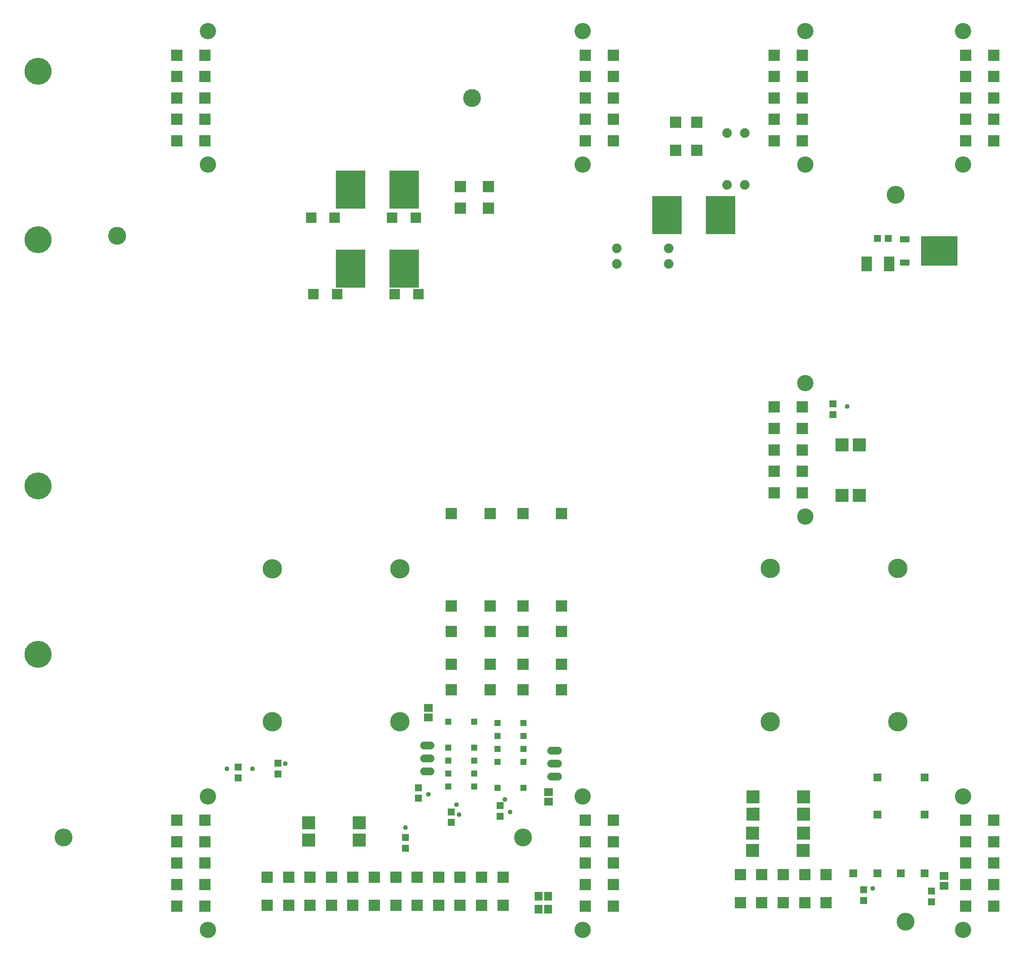
<source format=gbr>
G04 EAGLE Gerber RS-274X export*
G75*
%MOMM*%
%FSLAX34Y34*%
%LPD*%
%INSoldermask Top*%
%IPPOS*%
%AMOC8*
5,1,8,0,0,1.08239X$1,22.5*%
G01*
%ADD10C,5.283200*%
%ADD11R,2.303200X2.303200*%
%ADD12C,3.203200*%
%ADD13R,1.403200X1.403200*%
%ADD14R,2.203200X2.203200*%
%ADD15R,1.311200X1.311200*%
%ADD16R,2.603200X2.603200*%
%ADD17R,1.611200X1.611200*%
%ADD18C,1.524000*%
%ADD19R,1.703200X1.503200*%
%ADD20R,5.803200X7.433200*%
%ADD21C,3.503200*%
%ADD22C,3.803200*%
%ADD23R,2.153200X2.153200*%
%ADD24C,1.879600*%
%ADD25R,1.503200X1.703200*%
%ADD26R,1.921100X1.177100*%
%ADD27R,7.204100X5.747100*%
%ADD28R,2.003200X2.903200*%
%ADD29C,0.959600*%


D10*
X100000Y559200D03*
X100000Y1372000D03*
X100000Y889400D03*
X100000Y1702200D03*
D11*
X372500Y1566000D03*
X372500Y1608000D03*
X372500Y1650000D03*
X372500Y1692000D03*
X372500Y1734000D03*
X427500Y1692000D03*
X427500Y1734000D03*
X427500Y1650000D03*
X427500Y1608000D03*
X427500Y1566000D03*
D12*
X433100Y1519000D03*
X433100Y1781000D03*
D11*
X372500Y66000D03*
X372500Y108000D03*
X372500Y150000D03*
X372500Y192000D03*
X372500Y234000D03*
X427500Y192000D03*
X427500Y234000D03*
X427500Y150000D03*
X427500Y108000D03*
X427500Y66000D03*
D12*
X433100Y19000D03*
X433100Y281000D03*
D11*
X1972500Y1734000D03*
X1972500Y1692000D03*
X1972500Y1650000D03*
X1972500Y1608000D03*
X1972500Y1566000D03*
X1917500Y1608000D03*
X1917500Y1566000D03*
X1917500Y1650000D03*
X1917500Y1692000D03*
X1917500Y1734000D03*
D12*
X1911900Y1781000D03*
X1911900Y1519000D03*
D11*
X1972500Y234000D03*
X1972500Y192000D03*
X1972500Y150000D03*
X1972500Y108000D03*
X1972500Y66000D03*
X1917500Y108000D03*
X1917500Y66000D03*
X1917500Y150000D03*
X1917500Y192000D03*
X1917500Y234000D03*
D12*
X1911900Y281000D03*
X1911900Y19000D03*
D11*
X1227500Y1734000D03*
X1227500Y1692000D03*
X1227500Y1650000D03*
X1227500Y1608000D03*
X1227500Y1566000D03*
X1172500Y1608000D03*
X1172500Y1566000D03*
X1172500Y1650000D03*
X1172500Y1692000D03*
X1172500Y1734000D03*
D12*
X1166900Y1781000D03*
X1166900Y1519000D03*
D11*
X1227500Y234000D03*
X1227500Y192000D03*
X1227500Y150000D03*
X1227500Y108000D03*
X1227500Y66000D03*
X1172500Y108000D03*
X1172500Y66000D03*
X1172500Y150000D03*
X1172500Y192000D03*
X1172500Y234000D03*
D12*
X1166900Y281000D03*
X1166900Y19000D03*
D11*
X1542500Y1566000D03*
X1542500Y1608000D03*
X1542500Y1650000D03*
X1542500Y1692000D03*
X1542500Y1734000D03*
X1597500Y1692000D03*
X1597500Y1734000D03*
X1597500Y1650000D03*
X1597500Y1608000D03*
X1597500Y1566000D03*
D12*
X1603100Y1519000D03*
X1603100Y1781000D03*
D11*
X1542500Y876000D03*
X1542500Y918000D03*
X1542500Y960000D03*
X1542500Y1002000D03*
X1542500Y1044000D03*
X1597500Y1002000D03*
X1597500Y1044000D03*
X1597500Y960000D03*
X1597500Y918000D03*
X1597500Y876000D03*
D12*
X1603100Y829000D03*
X1603100Y1091000D03*
D13*
X570000Y345500D03*
X570000Y324500D03*
X1657500Y1050500D03*
X1657500Y1029500D03*
D11*
X549000Y122500D03*
X591000Y122500D03*
X633000Y122500D03*
X675000Y122500D03*
X717000Y122500D03*
X759000Y122500D03*
X801000Y122500D03*
X843000Y122500D03*
X885000Y122500D03*
X927000Y122500D03*
X969000Y122500D03*
X549000Y67500D03*
X591000Y67500D03*
X633000Y67500D03*
X675000Y67500D03*
X717000Y67500D03*
X759000Y67500D03*
X801000Y67500D03*
X843000Y67500D03*
X885000Y67500D03*
X927000Y67500D03*
X1011000Y122500D03*
X969000Y67500D03*
X1011000Y67500D03*
D14*
X1126000Y835000D03*
X1050000Y835000D03*
X1050000Y654500D03*
X1050000Y604500D03*
X1126000Y654500D03*
X1126000Y539500D03*
X1050000Y539500D03*
X1126000Y604500D03*
X1126000Y489500D03*
X1050000Y489500D03*
X986000Y835000D03*
X910000Y835000D03*
X910000Y654500D03*
X910000Y604500D03*
X986000Y654500D03*
X986000Y539500D03*
X910000Y539500D03*
X986000Y604500D03*
X986000Y489500D03*
X910000Y489500D03*
D15*
X1000000Y297500D03*
X1050800Y297500D03*
X1000000Y348300D03*
X1000000Y373700D03*
X1000000Y399100D03*
X1000000Y424500D03*
X1050800Y424500D03*
X1050800Y399100D03*
X1050800Y373700D03*
X1050800Y348300D03*
X955000Y427500D03*
X904200Y427500D03*
X955000Y376700D03*
X955000Y351300D03*
X955000Y325900D03*
X955000Y300500D03*
X904200Y300500D03*
X904200Y325900D03*
X904200Y351300D03*
X904200Y376700D03*
D13*
X492500Y338000D03*
X492500Y317000D03*
X1717500Y98000D03*
X1717500Y77000D03*
X1005000Y242000D03*
X1005000Y263000D03*
X910000Y229500D03*
X910000Y250500D03*
X845000Y298000D03*
X845000Y277000D03*
D16*
X1600000Y246000D03*
X1600000Y280000D03*
X1500600Y246000D03*
X1500800Y280000D03*
D17*
X1697500Y130000D03*
X1744500Y130000D03*
X1744500Y245000D03*
X1744500Y318000D03*
D11*
X982500Y1476000D03*
X982500Y1434000D03*
X927500Y1434000D03*
X927500Y1476000D03*
X1476000Y127500D03*
X1518000Y127500D03*
X1560000Y127500D03*
X1602000Y127500D03*
X1644000Y127500D03*
X1602000Y72500D03*
X1644000Y72500D03*
X1560000Y72500D03*
X1518000Y72500D03*
X1476000Y72500D03*
D16*
X1500000Y209000D03*
X1500000Y175000D03*
X1599400Y209000D03*
X1599200Y175000D03*
X630000Y229000D03*
X630000Y195000D03*
X729400Y229000D03*
X729200Y195000D03*
D18*
X1105696Y370400D02*
X1118904Y370400D01*
X1118904Y319600D02*
X1105696Y319600D01*
X1105696Y345000D02*
X1118904Y345000D01*
D11*
X1391000Y1547500D03*
X1349000Y1547500D03*
X1349000Y1602500D03*
X1391000Y1602500D03*
D13*
X1850000Y95500D03*
X1850000Y74500D03*
D19*
X1875000Y124500D03*
X1875000Y105500D03*
D17*
X1790000Y130000D03*
X1837000Y130000D03*
X1837000Y245000D03*
X1837000Y318000D03*
D20*
X817500Y1470000D03*
X712500Y1470000D03*
D21*
X1800000Y35000D03*
X950000Y1650000D03*
X150000Y200000D03*
X255000Y1380000D03*
X1780000Y1460000D03*
D22*
X559100Y427000D03*
X559100Y727000D03*
X809100Y427000D03*
X809100Y727000D03*
X1534300Y427500D03*
X1534300Y727500D03*
X1784300Y427500D03*
X1784300Y727500D03*
D20*
X712500Y1315000D03*
X817500Y1315000D03*
D21*
X1050000Y200000D03*
D23*
X840000Y1415000D03*
X681000Y1415000D03*
X794000Y1415000D03*
X635000Y1415000D03*
X640000Y1265000D03*
X799000Y1265000D03*
X686000Y1265000D03*
X845000Y1265000D03*
D24*
X1485000Y1479200D03*
X1485000Y1580800D03*
X1450000Y1479200D03*
X1450000Y1580800D03*
X1335800Y1355000D03*
X1234200Y1355000D03*
X1335800Y1325000D03*
X1234200Y1325000D03*
D20*
X1332500Y1420000D03*
X1437500Y1420000D03*
D25*
X1080500Y60000D03*
X1099500Y60000D03*
X1080500Y85000D03*
X1099500Y85000D03*
D18*
X869304Y329600D02*
X856096Y329600D01*
X856096Y380400D02*
X869304Y380400D01*
X869304Y355000D02*
X856096Y355000D01*
D13*
X820000Y200500D03*
X820000Y179500D03*
D19*
X1100000Y270500D03*
X1100000Y289500D03*
X865000Y454500D03*
X865000Y435500D03*
D16*
X1709000Y970000D03*
X1675000Y970000D03*
X1709000Y870600D03*
X1675000Y870800D03*
D26*
X1797959Y1372800D03*
X1797959Y1327200D03*
D27*
X1865626Y1350000D03*
D28*
X1723000Y1325000D03*
X1767000Y1325000D03*
D13*
X1765500Y1375000D03*
X1744500Y1375000D03*
D29*
X585000Y345000D03*
X1685000Y1045000D03*
X470000Y335000D03*
X920000Y265000D03*
X520000Y335000D03*
X1735000Y100000D03*
X1015000Y275000D03*
X1025000Y250000D03*
X925000Y245000D03*
X865000Y285000D03*
X820000Y220000D03*
M02*

</source>
